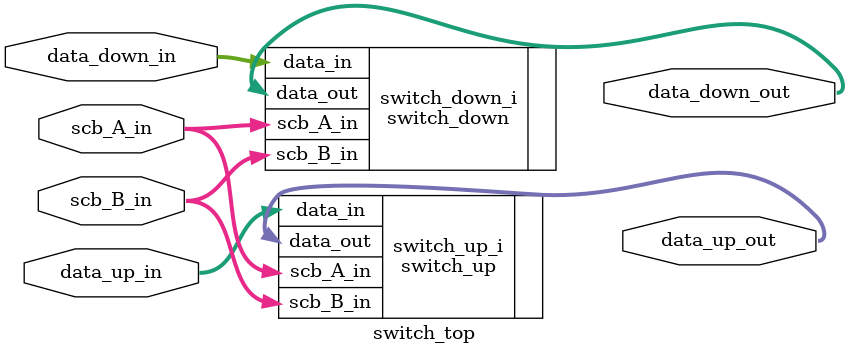
<source format=v>
`timescale 1ns / 1ps


module switch_top #(
        parameter MEM_PORTS             = 32,
        parameter TRANSLATORS           = 16,
        parameter DATA_D                = 64,
        parameter DATA_U                = 32,
        parameter NODES_A               = TRANSLATORS/2,
        parameter NODES_B               = MEM_PORTS/2,
        parameter STAGES_A              = $clog2(NODES_A)-1,
        parameter STAGES_B              = $clog2(NODES_B)+1
    )(
        input wire  [NODES_A*STAGES_A-1:0]      scb_A_in,
        input wire  [NODES_B*STAGES_B-1:0]      scb_B_in,
        input wire  [DATA_D*TRANSLATORS-1:0]    data_down_in,
        input wire  [DATA_U*MEM_PORTS-1:0]      data_up_in,
        
        output wire [DATA_D*MEM_PORTS-1:0]      data_down_out,
        output wire [DATA_U*TRANSLATORS-1:0]    data_up_out
    );
    
    switch_down #(
        .DATA_W(DATA_D),
        .INPUTS(TRANSLATORS),
        .OUTPUTS(MEM_PORTS),
        .NODES_A(NODES_A),
        .NODES_B(NODES_B),
        .STAGES_A(STAGES_A),
        .STAGES_B(STAGES_B)
    ) switch_down_i (
        .scb_A_in(scb_A_in),
        .scb_B_in(scb_B_in),
        .data_in(data_down_in),
        
        .data_out(data_down_out)
    );
    
    switch_up #(
        .DATA_W(DATA_U),
        .INPUTS(MEM_PORTS),
        .OUTPUTS(TRANSLATORS),
        .NODES_A(NODES_A),
        .NODES_B(NODES_B),
        .STAGES_A(STAGES_A),
        .STAGES_B(STAGES_B)
    ) switch_up_i (
        .scb_A_in(scb_A_in),
        .scb_B_in(scb_B_in),
        .data_in(data_up_in),
        
        .data_out(data_up_out)
    );
    
endmodule

</source>
